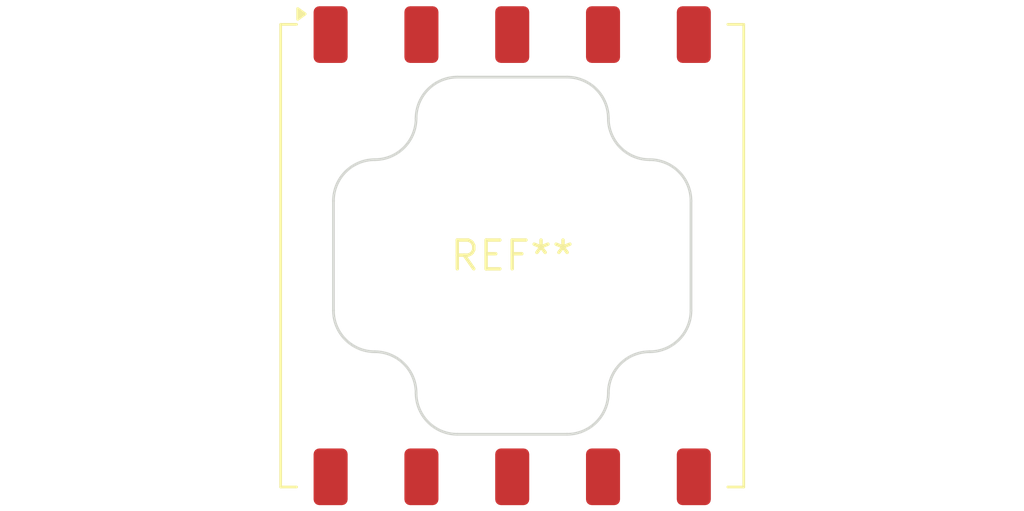
<source format=kicad_pcb>
(kicad_pcb (version 20240108) (generator pcbnew)
  (layers (0 "F.Cu" signal) (31 "B.Cu" signal) (34 "B.Paste" user) (35 "F.Paste" user) (36 "B.SilkS" user "B.Silkscreen") (37 "F.SilkS" user "F.Silkscreen") (38 "B.Mask" user) (39 "F.Mask" user) (44 "Edge.Cuts" user))
  (net 0 "")
  (footprint "SPEC_110-xxx_SMD-10Pin_20x20mm_P4.0mm" (layer "F.Cu") (at 0 0)
    (property "Reference" "REF**")
    (property "Value" "SPEC_110-xxx_SMD-10Pin_20x20mm_P4.0mm")
    (fp_line (start -10.2 -10.2) (end -10.2 10.2) (layer "F.SilkS") (stroke (width 0.12)))
    (fp_line (start -9.5 -10.2) (end -10.2 -10.2) (layer "F.SilkS") (stroke (width 0.12)))
    (fp_line (start -9.5 10.2) (end -10.2 10.2) (layer "F.SilkS") (stroke (width 0.12)))
    (fp_line (start 9.5 -10.2) (end 10.2 -10.2) (layer "F.SilkS") (stroke (width 0.12)))
    (fp_line (start 10.2 -10.2) (end 10.2 10.2) (layer "F.SilkS") (stroke (width 0.12)))
    (fp_line (start 10.2 10.2) (end 9.5 10.2) (layer "F.SilkS") (stroke (width 0.12)))
    (fp_poly (pts (xy -9.12 -10.66) (xy -9.45 -10.42) (xy -9.45 -10.9) (xy -9.12 -10.66)) (layer "F.SilkS") (stroke (width 0.12)) (fill solid))
    (fp_line (start -7.875 -2.415) (end -7.875 2.415) (layer "Edge.Cuts") (stroke (width 0.12)))
    (fp_line (start 2.415 -7.875) (end -2.415 -7.875) (layer "Edge.Cuts") (stroke (width 0.12)))
    (fp_line (start 2.415 7.875) (end -2.415 7.875) (layer "Edge.Cuts") (stroke (width 0.12)))
    (fp_line (start 7.875 -2.415) (end 7.875 2.415) (layer "Edge.Cuts") (stroke (width 0.12)))
    (fp_arc (start -7.875 -2.415) (mid -7.341934 -3.701934) (end -6.055 -4.235) (layer "Edge.Cuts") (stroke (width 0.12)))
    (fp_arc (start -6.055 4.235) (mid -7.341934 3.701934) (end -7.875 2.415) (layer "Edge.Cuts") (stroke (width 0.12)))
    (fp_arc (start -6.055 4.235) (mid -4.768066 4.768066) (end -4.235 6.055) (layer "Edge.Cuts") (stroke (width 0.12)))
    (fp_arc (start -4.235 -6.055) (mid -4.768066 -4.768066) (end -6.055 -4.235) (layer "Edge.Cuts") (stroke (width 0.12)))
    (fp_arc (start -4.235 -6.055) (mid -3.701934 -7.341934) (end -2.415 -7.875) (layer "Edge.Cuts") (stroke (width 0.12)))
    (fp_arc (start -2.415 7.875) (mid -3.701934 7.341934) (end -4.235 6.055) (layer "Edge.Cuts") (stroke (width 0.12)))
    (fp_arc (start 2.415 -7.875) (mid 3.701934 -7.341934) (end 4.235 -6.055) (layer "Edge.Cuts") (stroke (width 0.12)))
    (fp_arc (start 4.235 6.055) (mid 3.701934 7.341934) (end 2.415 7.875) (layer "Edge.Cuts") (stroke (width 0.12)))
    (fp_arc (start 4.235 6.055) (mid 4.768066 4.768066) (end 6.055 4.235) (layer "Edge.Cuts") (stroke (width 0.12)))
    (fp_arc (start 6.055 -4.235) (mid 4.768066 -4.768066) (end 4.235 -6.055) (layer "Edge.Cuts") (stroke (width 0.12)))
    (fp_arc (start 6.055 -4.235) (mid 7.341934 -3.701934) (end 7.875 -2.415) (layer "Edge.Cuts") (stroke (width 0.12)))
    (fp_arc (start 7.875 2.415) (mid 7.341934 3.701934) (end 6.055 4.235) (layer "Edge.Cuts") (stroke (width 0.12)))
    (pad "1" smd roundrect (at -8 -9.75) (size 1.5 2.5) (layers "F.Cu" "F.Paste" "F.Mask") (roundrect_rratio 0.1666666667))
    (pad "2" smd roundrect (at -4 -9.75) (size 1.5 2.5) (layers "F.Cu" "F.Paste" "F.Mask") (roundrect_rratio 0.1666666667))
    (pad "3" smd roundrect (at 0 -9.75) (size 1.5 2.5) (layers "F.Cu" "F.Paste" "F.Mask") (roundrect_rratio 0.1666666667))
    (pad "4" smd roundrect (at 4 -9.75) (size 1.5 2.5) (layers "F.Cu" "F.Paste" "F.Mask") (roundrect_rratio 0.1666666667))
    (pad "5" smd roundrect (at 8 -9.75) (size 1.5 2.5) (layers "F.Cu" "F.Paste" "F.Mask") (roundrect_rratio 0.1666666667))
    (pad "6" smd roundrect (at 8 9.75) (size 1.5 2.5) (layers "F.Cu" "F.Paste" "F.Mask") (roundrect_rratio 0.1666666667))
    (pad "7" smd roundrect (at 4 9.75) (size 1.5 2.5) (layers "F.Cu" "F.Paste" "F.Mask") (roundrect_rratio 0.1666666667))
    (pad "8" smd roundrect (at 0 9.75) (size 1.5 2.5) (layers "F.Cu" "F.Paste" "F.Mask") (roundrect_rratio 0.1666666667))
    (pad "9" smd roundrect (at -4 9.75) (size 1.5 2.5) (layers "F.Cu" "F.Paste" "F.Mask") (roundrect_rratio 0.1666666667))
    (pad "10" smd roundrect (at -8 9.75) (size 1.5 2.5) (layers "F.Cu" "F.Paste" "F.Mask") (roundrect_rratio 0.1666666667))
  )
)
</source>
